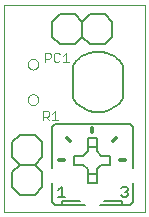
<source format=gto>
G75*
%MOIN*%
%OFA0B0*%
%FSLAX24Y24*%
%IPPOS*%
%LPD*%
%AMOC8*
5,1,8,0,0,1.08239X$1,22.5*
%
%ADD10C,0.0000*%
%ADD11C,0.0060*%
%ADD12C,0.0050*%
%ADD13C,0.0030*%
%ADD14C,0.0120*%
D10*
X000123Y000103D02*
X000123Y006993D01*
X004847Y006993D01*
X004847Y000103D01*
X000123Y000103D01*
X000930Y003843D02*
X000932Y003869D01*
X000938Y003895D01*
X000948Y003920D01*
X000961Y003943D01*
X000977Y003963D01*
X000997Y003981D01*
X001019Y003996D01*
X001042Y004008D01*
X001068Y004016D01*
X001094Y004020D01*
X001120Y004020D01*
X001146Y004016D01*
X001172Y004008D01*
X001196Y003996D01*
X001217Y003981D01*
X001237Y003963D01*
X001253Y003943D01*
X001266Y003920D01*
X001276Y003895D01*
X001282Y003869D01*
X001284Y003843D01*
X001282Y003817D01*
X001276Y003791D01*
X001266Y003766D01*
X001253Y003743D01*
X001237Y003723D01*
X001217Y003705D01*
X001195Y003690D01*
X001172Y003678D01*
X001146Y003670D01*
X001120Y003666D01*
X001094Y003666D01*
X001068Y003670D01*
X001042Y003678D01*
X001018Y003690D01*
X000997Y003705D01*
X000977Y003723D01*
X000961Y003743D01*
X000948Y003766D01*
X000938Y003791D01*
X000932Y003817D01*
X000930Y003843D01*
X000930Y005024D02*
X000932Y005050D01*
X000938Y005076D01*
X000948Y005101D01*
X000961Y005124D01*
X000977Y005144D01*
X000997Y005162D01*
X001019Y005177D01*
X001042Y005189D01*
X001068Y005197D01*
X001094Y005201D01*
X001120Y005201D01*
X001146Y005197D01*
X001172Y005189D01*
X001196Y005177D01*
X001217Y005162D01*
X001237Y005144D01*
X001253Y005124D01*
X001266Y005101D01*
X001276Y005076D01*
X001282Y005050D01*
X001284Y005024D01*
X001282Y004998D01*
X001276Y004972D01*
X001266Y004947D01*
X001253Y004924D01*
X001237Y004904D01*
X001217Y004886D01*
X001195Y004871D01*
X001172Y004859D01*
X001146Y004851D01*
X001120Y004847D01*
X001094Y004847D01*
X001068Y004851D01*
X001042Y004859D01*
X001018Y004871D01*
X000997Y004886D01*
X000977Y004904D01*
X000961Y004924D01*
X000948Y004947D01*
X000938Y004972D01*
X000932Y004998D01*
X000930Y005024D01*
D11*
X001749Y005936D02*
X001749Y006436D01*
X001999Y006686D01*
X002499Y006686D01*
X002749Y006436D01*
X002999Y006686D01*
X003499Y006686D01*
X003749Y006436D01*
X003749Y005936D01*
X003499Y005686D01*
X002999Y005686D01*
X002749Y005936D01*
X002499Y005686D01*
X001999Y005686D01*
X001749Y005936D01*
X002749Y005936D02*
X002749Y006436D01*
X001825Y003028D02*
X001725Y002928D01*
X001725Y001578D01*
X001410Y001428D02*
X001410Y000928D01*
X001160Y000678D01*
X000660Y000678D01*
X000410Y000928D01*
X000410Y001428D01*
X000660Y001678D01*
X000410Y001928D01*
X000410Y002428D01*
X000660Y002678D01*
X001160Y002678D01*
X001410Y002428D01*
X001410Y001928D01*
X001160Y001678D01*
X001410Y001428D01*
X001160Y001678D02*
X000660Y001678D01*
X001725Y001078D02*
X001725Y000428D01*
X001825Y000328D01*
X002075Y000328D01*
X002825Y000328D01*
X002675Y000478D02*
X002075Y000478D01*
X002075Y000328D01*
X002925Y001078D02*
X002925Y001378D01*
X003225Y001378D01*
X003225Y001528D01*
X003375Y001678D01*
X003675Y001678D01*
X003675Y001978D01*
X003375Y001978D01*
X003225Y002128D01*
X003225Y002278D01*
X003225Y002578D01*
X002925Y002578D01*
X002925Y002278D01*
X002925Y002128D01*
X002775Y001978D01*
X002475Y001978D01*
X002475Y001678D01*
X002775Y001678D01*
X002925Y001528D01*
X002925Y001378D01*
X002925Y001078D02*
X003225Y001078D01*
X003225Y001378D01*
X003225Y002278D02*
X002925Y002278D01*
X001825Y003028D02*
X004325Y003028D01*
X004425Y002928D01*
X004425Y001578D01*
X004425Y001078D02*
X004425Y000428D01*
X004325Y000328D01*
X004075Y000328D01*
X003325Y000328D01*
X003475Y000478D02*
X004075Y000478D01*
X004075Y000328D01*
D12*
X004107Y000603D02*
X004050Y000660D01*
X004107Y000603D02*
X004220Y000603D01*
X004277Y000660D01*
X004277Y000716D01*
X004220Y000773D01*
X004164Y000773D01*
X004220Y000773D02*
X004277Y000830D01*
X004277Y000887D01*
X004220Y000943D01*
X004107Y000943D01*
X004050Y000887D01*
X002177Y000603D02*
X001950Y000603D01*
X002064Y000603D02*
X002064Y000943D01*
X001950Y000830D01*
X002426Y003891D02*
X002426Y004977D01*
X002425Y004977D02*
X002461Y005029D01*
X002500Y005079D01*
X002542Y005126D01*
X002586Y005170D01*
X002633Y005211D01*
X002683Y005250D01*
X002735Y005285D01*
X002790Y005317D01*
X002846Y005345D01*
X002903Y005370D01*
X002963Y005391D01*
X003023Y005409D01*
X003084Y005422D01*
X003147Y005432D01*
X003209Y005438D01*
X003272Y005440D01*
X003335Y005438D01*
X003397Y005432D01*
X003460Y005422D01*
X003521Y005409D01*
X003581Y005391D01*
X003641Y005370D01*
X003698Y005345D01*
X003754Y005317D01*
X003809Y005285D01*
X003861Y005250D01*
X003911Y005211D01*
X003958Y005170D01*
X004002Y005126D01*
X004044Y005079D01*
X004083Y005029D01*
X004119Y004977D01*
X004119Y003891D01*
X004083Y003839D01*
X004044Y003789D01*
X004002Y003742D01*
X003958Y003698D01*
X003911Y003657D01*
X003861Y003618D01*
X003809Y003583D01*
X003754Y003551D01*
X003698Y003523D01*
X003641Y003498D01*
X003581Y003477D01*
X003521Y003459D01*
X003460Y003446D01*
X003397Y003436D01*
X003335Y003430D01*
X003272Y003428D01*
X003209Y003430D01*
X003147Y003436D01*
X003084Y003446D01*
X003023Y003459D01*
X002963Y003477D01*
X002903Y003498D01*
X002846Y003523D01*
X002790Y003551D01*
X002735Y003583D01*
X002683Y003618D01*
X002633Y003657D01*
X002586Y003698D01*
X002542Y003742D01*
X002500Y003789D01*
X002461Y003839D01*
X002425Y003891D01*
D13*
X001935Y003173D02*
X001741Y003173D01*
X001838Y003173D02*
X001838Y003464D01*
X001741Y003367D01*
X001640Y003415D02*
X001640Y003318D01*
X001592Y003270D01*
X001447Y003270D01*
X001543Y003270D02*
X001640Y003173D01*
X001447Y003173D02*
X001447Y003464D01*
X001592Y003464D01*
X001640Y003415D01*
X001508Y005106D02*
X001508Y005397D01*
X001653Y005397D01*
X001701Y005348D01*
X001701Y005251D01*
X001653Y005203D01*
X001508Y005203D01*
X001802Y005155D02*
X001851Y005106D01*
X001947Y005106D01*
X001996Y005155D01*
X002097Y005106D02*
X002290Y005106D01*
X002194Y005106D02*
X002194Y005397D01*
X002097Y005300D01*
X001996Y005348D02*
X001947Y005397D01*
X001851Y005397D01*
X001802Y005348D01*
X001802Y005155D01*
D14*
X003075Y002898D02*
X003075Y002748D01*
X003775Y002478D02*
X003875Y002578D01*
X004015Y001828D02*
X004165Y001828D01*
X002325Y002478D02*
X002225Y002578D01*
X002135Y001828D02*
X001985Y001828D01*
M02*

</source>
